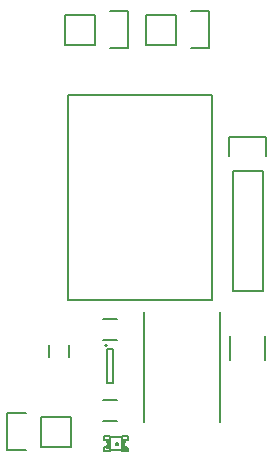
<source format=gto>
%FSLAX46Y46*%
G04 Gerber Fmt 4.6, Leading zero omitted, Abs format (unit mm)*
G04 Created by KiCad (PCBNEW (2014-jul-16 BZR unknown)-product) date Fri 10 Jul 2015 06:09:48 PM EDT*
%MOMM*%
G01*
G04 APERTURE LIST*
%ADD10C,0.100000*%
%ADD11C,0.150000*%
G04 APERTURE END LIST*
D10*
D11*
X193499000Y-121428000D02*
X193499000Y-123428000D01*
X190549000Y-123428000D02*
X190549000Y-121428000D01*
X175172000Y-122182000D02*
X175172000Y-123182000D01*
X176872000Y-123182000D02*
X176872000Y-122182000D01*
X181345840Y-130256280D02*
X181345840Y-129931160D01*
X181345840Y-129931160D02*
X181846220Y-129931160D01*
X181846220Y-130256280D02*
X181846220Y-129931160D01*
X181345840Y-130256280D02*
X181846220Y-130256280D01*
X181345840Y-130878580D02*
X181345840Y-130728720D01*
X181345840Y-130728720D02*
X181597300Y-130728720D01*
X181597300Y-130878580D02*
X181597300Y-130728720D01*
X181345840Y-130878580D02*
X181597300Y-130878580D01*
X181345840Y-130383280D02*
X181345840Y-130233420D01*
X181345840Y-130233420D02*
X181597300Y-130233420D01*
X181597300Y-130383280D02*
X181597300Y-130233420D01*
X181345840Y-130383280D02*
X181597300Y-130383280D01*
X181345840Y-130754120D02*
X181345840Y-130357880D01*
X181345840Y-130357880D02*
X181521100Y-130357880D01*
X181521100Y-130754120D02*
X181521100Y-130357880D01*
X181345840Y-130754120D02*
X181521100Y-130754120D01*
X179849780Y-130256280D02*
X179849780Y-129931160D01*
X179849780Y-129931160D02*
X180350160Y-129931160D01*
X180350160Y-130256280D02*
X180350160Y-129931160D01*
X179849780Y-130256280D02*
X180350160Y-130256280D01*
X179849780Y-131180840D02*
X179849780Y-130855720D01*
X179849780Y-130855720D02*
X180350160Y-130855720D01*
X180350160Y-131180840D02*
X180350160Y-130855720D01*
X179849780Y-131180840D02*
X180350160Y-131180840D01*
X180098700Y-130383280D02*
X180098700Y-130233420D01*
X180098700Y-130233420D02*
X180350160Y-130233420D01*
X180350160Y-130383280D02*
X180350160Y-130233420D01*
X180098700Y-130383280D02*
X180350160Y-130383280D01*
X180098700Y-130878580D02*
X180098700Y-130728720D01*
X180098700Y-130728720D02*
X180350160Y-130728720D01*
X180350160Y-130878580D02*
X180350160Y-130728720D01*
X180098700Y-130878580D02*
X180350160Y-130878580D01*
X180174900Y-130754120D02*
X180174900Y-130357880D01*
X180174900Y-130357880D02*
X180350160Y-130357880D01*
X180350160Y-130754120D02*
X180350160Y-130357880D01*
X180174900Y-130754120D02*
X180350160Y-130754120D01*
X180848000Y-130655060D02*
X180848000Y-130456940D01*
X180848000Y-130456940D02*
X181046120Y-130456940D01*
X181046120Y-130655060D02*
X181046120Y-130456940D01*
X180848000Y-130655060D02*
X181046120Y-130655060D01*
X181345840Y-131155440D02*
X181345840Y-130855720D01*
X181345840Y-130855720D02*
X181645560Y-130855720D01*
X181645560Y-131155440D02*
X181645560Y-130855720D01*
X181345840Y-131155440D02*
X181645560Y-131155440D01*
X181772560Y-131180840D02*
X181772560Y-130954780D01*
X181772560Y-130954780D02*
X181846220Y-130954780D01*
X181846220Y-131180840D02*
X181846220Y-130954780D01*
X181772560Y-131180840D02*
X181846220Y-131180840D01*
X181371240Y-129981960D02*
X180324760Y-129981960D01*
X180350160Y-131130040D02*
X181772560Y-131130040D01*
X181768202Y-131005580D02*
G75*
G03X181768202Y-131005580I-71842J0D01*
G74*
G01*
X181846220Y-130903980D02*
G75*
G02X181846220Y-130208020I0J347980D01*
G74*
G01*
X179849780Y-130208020D02*
G75*
G02X179849780Y-130903980I0J-347980D01*
G74*
G01*
X183236000Y-128722000D02*
X183236000Y-119422000D01*
X189636000Y-119422000D02*
X189636000Y-128722000D01*
X190474000Y-106172000D02*
X190474000Y-104622000D01*
X190474000Y-104622000D02*
X193574000Y-104622000D01*
X193574000Y-104622000D02*
X193574000Y-106172000D01*
X193294000Y-107442000D02*
X193294000Y-117602000D01*
X193294000Y-117602000D02*
X190754000Y-117602000D01*
X190754000Y-117602000D02*
X190754000Y-107442000D01*
X193294000Y-107442000D02*
X190754000Y-107442000D01*
X174498000Y-128270000D02*
X177038000Y-128270000D01*
X171678000Y-127990000D02*
X173228000Y-127990000D01*
X174498000Y-128270000D02*
X174498000Y-130810000D01*
X173228000Y-131090000D02*
X171678000Y-131090000D01*
X171678000Y-131090000D02*
X171678000Y-127990000D01*
X174498000Y-130810000D02*
X177038000Y-130810000D01*
X177038000Y-130810000D02*
X177038000Y-128270000D01*
X180140000Y-122252000D02*
G75*
G03X180140000Y-122252000I-100000J0D01*
G74*
G01*
X180590000Y-122502000D02*
X180090000Y-122502000D01*
X180590000Y-125402000D02*
X180590000Y-122502000D01*
X180090000Y-125402000D02*
X180590000Y-125402000D01*
X180090000Y-122502000D02*
X180090000Y-125402000D01*
X176780000Y-118406000D02*
X176780000Y-101006000D01*
X176780000Y-101006000D02*
X188980000Y-101006000D01*
X188980000Y-101006000D02*
X188980000Y-118406000D01*
X188980000Y-118406000D02*
X176780000Y-118406000D01*
X180940000Y-128637000D02*
X179740000Y-128637000D01*
X179740000Y-126887000D02*
X180940000Y-126887000D01*
X179740000Y-120029000D02*
X180940000Y-120029000D01*
X180940000Y-121779000D02*
X179740000Y-121779000D01*
X185928000Y-96774000D02*
X183388000Y-96774000D01*
X188748000Y-97054000D02*
X187198000Y-97054000D01*
X185928000Y-96774000D02*
X185928000Y-94234000D01*
X187198000Y-93954000D02*
X188748000Y-93954000D01*
X188748000Y-93954000D02*
X188748000Y-97054000D01*
X185928000Y-94234000D02*
X183388000Y-94234000D01*
X183388000Y-94234000D02*
X183388000Y-96774000D01*
X179070000Y-96774000D02*
X176530000Y-96774000D01*
X181890000Y-97054000D02*
X180340000Y-97054000D01*
X179070000Y-96774000D02*
X179070000Y-94234000D01*
X180340000Y-93954000D02*
X181890000Y-93954000D01*
X181890000Y-93954000D02*
X181890000Y-97054000D01*
X179070000Y-94234000D02*
X176530000Y-94234000D01*
X176530000Y-94234000D02*
X176530000Y-96774000D01*
M02*

</source>
